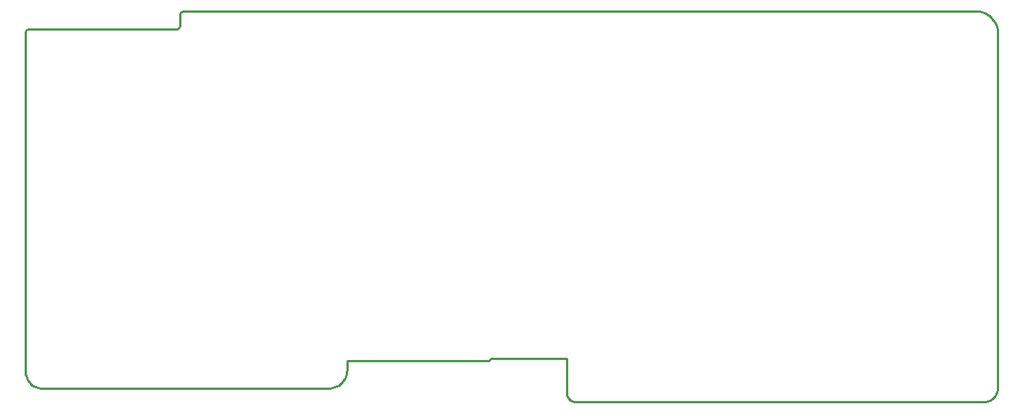
<source format=gm1>
G04*
G04 #@! TF.GenerationSoftware,Altium Limited,Altium Designer,21.0.9 (235)*
G04*
G04 Layer_Color=16711935*
%FSLAX25Y25*%
%MOIN*%
G70*
G04*
G04 #@! TF.SameCoordinates,B8C923A0-899F-4986-8B49-ABE338B4BB89*
G04*
G04*
G04 #@! TF.FilePolarity,Positive*
G04*
G01*
G75*
%ADD13C,0.01000*%
D13*
X381500Y261500D02*
X380793Y261207D01*
X380500Y260500D01*
X308500Y248000D02*
X309525Y248062D01*
X310534Y248247D01*
X311514Y248552D01*
X312450Y248974D01*
X313329Y249505D01*
X314137Y250138D01*
X314862Y250864D01*
X315495Y251671D01*
X316026Y252550D01*
X316448Y253486D01*
X316753Y254466D01*
X316938Y255475D01*
X317000Y256500D01*
X607500Y406500D02*
X607452Y407480D01*
X607308Y408451D01*
X607069Y409403D01*
X606739Y410327D01*
X606319Y411214D01*
X605815Y412056D01*
X605230Y412844D01*
X604571Y413571D01*
X603844Y414230D01*
X603056Y414815D01*
X602214Y415319D01*
X601327Y415739D01*
X600403Y416069D01*
X599451Y416308D01*
X598480Y416452D01*
X597500Y416500D01*
X173500Y255500D02*
X173564Y254521D01*
X173756Y253559D01*
X174071Y252630D01*
X174505Y251750D01*
X175050Y250934D01*
X175697Y250197D01*
X176434Y249550D01*
X177250Y249005D01*
X178130Y248571D01*
X179059Y248256D01*
X180021Y248064D01*
X181000Y248000D01*
X600264Y242000D02*
X601271Y241943D01*
X602274Y242043D01*
X603250Y242300D01*
X604173Y242706D01*
X605021Y243251D01*
X605774Y243923D01*
X606412Y244704D01*
X606920Y245575D01*
X607286Y246515D01*
X607500Y247500D01*
X415000Y246043D02*
X415151Y245104D01*
X415508Y244221D01*
X416052Y243440D01*
X416756Y242800D01*
X417586Y242333D01*
X418498Y242061D01*
X419448Y242000D01*
X174873Y408500D02*
X173902Y408098D01*
X173500Y407127D01*
X241000Y408500D02*
X242061Y408939D01*
X242500Y410000D01*
X244000Y416500D02*
X242939Y416061D01*
X242500Y415000D01*
X383500Y261500D02*
X412500D01*
X317000Y260500D02*
X380500D01*
X412500Y261500D02*
X415000D01*
X381500D02*
X383500D01*
X317000Y256500D02*
Y260500D01*
X244000Y416500D02*
X594965Y416500D01*
X597500D01*
X181000Y248000D02*
X308500D01*
X173500Y255500D02*
Y257707D01*
Y259500D02*
Y401757D01*
Y407127D01*
Y257707D02*
Y259500D01*
X607500Y247500D02*
X607500Y400500D01*
Y406500D01*
X419448Y242000D02*
X600264D01*
X415000Y246043D02*
Y261500D01*
X174873Y408500D02*
X236000D01*
X241000D01*
X242500Y410000D02*
Y415000D01*
M02*

</source>
